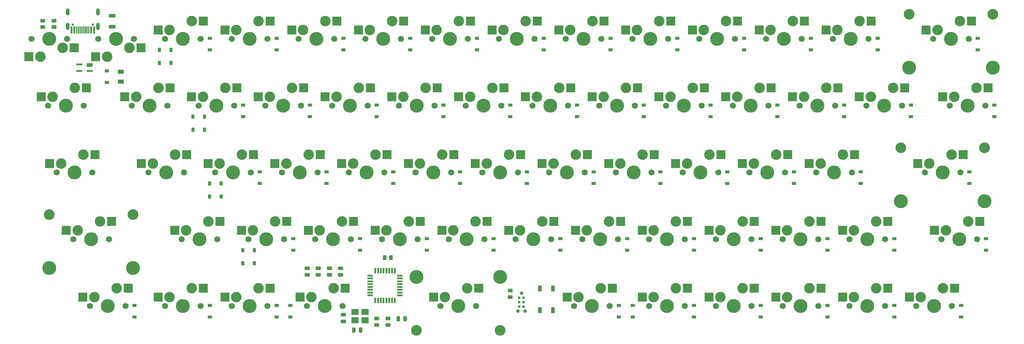
<source format=gbr>
G04 #@! TF.GenerationSoftware,KiCad,Pcbnew,(6.0.10)*
G04 #@! TF.CreationDate,2023-01-19T13:29:41+11:00*
G04 #@! TF.ProjectId,exp60,65787036-302e-46b6-9963-61645f706362,rev?*
G04 #@! TF.SameCoordinates,Original*
G04 #@! TF.FileFunction,Soldermask,Bot*
G04 #@! TF.FilePolarity,Negative*
%FSLAX46Y46*%
G04 Gerber Fmt 4.6, Leading zero omitted, Abs format (unit mm)*
G04 Created by KiCad (PCBNEW (6.0.10)) date 2023-01-19 13:29:41*
%MOMM*%
%LPD*%
G01*
G04 APERTURE LIST*
G04 Aperture macros list*
%AMRoundRect*
0 Rectangle with rounded corners*
0 $1 Rounding radius*
0 $2 $3 $4 $5 $6 $7 $8 $9 X,Y pos of 4 corners*
0 Add a 4 corners polygon primitive as box body*
4,1,4,$2,$3,$4,$5,$6,$7,$8,$9,$2,$3,0*
0 Add four circle primitives for the rounded corners*
1,1,$1+$1,$2,$3*
1,1,$1+$1,$4,$5*
1,1,$1+$1,$6,$7*
1,1,$1+$1,$8,$9*
0 Add four rect primitives between the rounded corners*
20,1,$1+$1,$2,$3,$4,$5,0*
20,1,$1+$1,$4,$5,$6,$7,0*
20,1,$1+$1,$6,$7,$8,$9,0*
20,1,$1+$1,$8,$9,$2,$3,0*%
G04 Aperture macros list end*
%ADD10C,1.750000*%
%ADD11C,3.000000*%
%ADD12C,3.987800*%
%ADD13R,2.550000X2.500000*%
%ADD14C,3.048000*%
%ADD15R,1.200000X0.900000*%
%ADD16R,2.100000X1.800000*%
%ADD17RoundRect,0.250000X-0.475000X0.250000X-0.475000X-0.250000X0.475000X-0.250000X0.475000X0.250000X0*%
%ADD18RoundRect,0.250000X-0.262500X-0.450000X0.262500X-0.450000X0.262500X0.450000X-0.262500X0.450000X0*%
%ADD19R,1.700000X1.000000*%
%ADD20R,1.700000X0.600000*%
%ADD21RoundRect,0.250000X0.450000X-0.262500X0.450000X0.262500X-0.450000X0.262500X-0.450000X-0.262500X0*%
%ADD22R,0.900000X1.200000*%
%ADD23R,1.600000X0.550000*%
%ADD24R,0.550000X1.600000*%
%ADD25C,0.990600*%
%ADD26C,0.787400*%
%ADD27C,0.650000*%
%ADD28R,0.600000X2.000000*%
%ADD29R,0.300000X2.000000*%
%ADD30O,1.050000X2.100000*%
%ADD31O,1.000000X2.000000*%
%ADD32RoundRect,0.250000X0.250000X0.475000X-0.250000X0.475000X-0.250000X-0.475000X0.250000X-0.475000X0*%
%ADD33R,1.100000X1.800000*%
%ADD34RoundRect,0.250000X-0.450000X0.262500X-0.450000X-0.262500X0.450000X-0.262500X0.450000X0.262500X0*%
%ADD35RoundRect,0.250000X0.625000X-0.375000X0.625000X0.375000X-0.625000X0.375000X-0.625000X-0.375000X0*%
%ADD36RoundRect,0.250000X-0.700000X0.275000X-0.700000X-0.275000X0.700000X-0.275000X0.700000X0.275000X0*%
G04 APERTURE END LIST*
D10*
X133160000Y-112205000D03*
D11*
X130620000Y-107125000D03*
D12*
X128080000Y-112205000D03*
D11*
X124270000Y-109665000D03*
D10*
X123000000Y-112205000D03*
D13*
X120995000Y-109665000D03*
X133922000Y-107125000D03*
D12*
X151892500Y-131255000D03*
D11*
X154432500Y-126175000D03*
D10*
X156972500Y-131255000D03*
X146812500Y-131255000D03*
D11*
X148082500Y-128715000D03*
D13*
X144807500Y-128715000D03*
X157734500Y-126175000D03*
D10*
X176022500Y-131255000D03*
D12*
X170942500Y-131255000D03*
D11*
X167132500Y-128715000D03*
D10*
X165862500Y-131255000D03*
D11*
X173482500Y-126175000D03*
D13*
X163857500Y-128715000D03*
X176784500Y-126175000D03*
D10*
X340328750Y-131255000D03*
D11*
X331438750Y-128715000D03*
D14*
X347186750Y-124270000D03*
D12*
X323310750Y-139510000D03*
D10*
X330168750Y-131255000D03*
D14*
X323310750Y-124270000D03*
D12*
X347186750Y-139510000D03*
X335248750Y-131255000D03*
D11*
X337788750Y-126175000D03*
D13*
X328163750Y-128715000D03*
X341090750Y-126175000D03*
D12*
X275717500Y-169355000D03*
D11*
X271907500Y-166815000D03*
D10*
X270637500Y-169355000D03*
D11*
X278257500Y-164275000D03*
D10*
X280797500Y-169355000D03*
D13*
X268632500Y-166815000D03*
X281559500Y-164275000D03*
D11*
X183007500Y-145225000D03*
D10*
X185547500Y-150305000D03*
X175387500Y-150305000D03*
D12*
X180467500Y-150305000D03*
D11*
X176657500Y-147765000D03*
D13*
X173382500Y-147765000D03*
X186309500Y-145225000D03*
D10*
X147447500Y-150305000D03*
D11*
X144907500Y-145225000D03*
D10*
X137287500Y-150305000D03*
D11*
X138557500Y-147765000D03*
D12*
X142367500Y-150305000D03*
D13*
X135282500Y-147765000D03*
X148209500Y-145225000D03*
D10*
X132525000Y-93155000D03*
X142685000Y-93155000D03*
D11*
X140145000Y-88075000D03*
X133795000Y-90615000D03*
D12*
X137605000Y-93155000D03*
D13*
X130520000Y-90615000D03*
X143447000Y-88075000D03*
D11*
X155226250Y-166815000D03*
D12*
X159036250Y-169355000D03*
D10*
X164116250Y-169355000D03*
D11*
X161576250Y-164275000D03*
D10*
X153956250Y-169355000D03*
D13*
X151951250Y-166815000D03*
X164878250Y-164275000D03*
D11*
X342551250Y-145225000D03*
D12*
X340011250Y-150305000D03*
D11*
X336201250Y-147765000D03*
D10*
X345091250Y-150305000D03*
X334931250Y-150305000D03*
D13*
X332926250Y-147765000D03*
X345853250Y-145225000D03*
D10*
X218250000Y-112205000D03*
D11*
X219520000Y-109665000D03*
D12*
X223330000Y-112205000D03*
D10*
X228410000Y-112205000D03*
D11*
X225870000Y-107125000D03*
D13*
X216245000Y-109665000D03*
X229172000Y-107125000D03*
D12*
X337630000Y-93155000D03*
D10*
X342710000Y-93155000D03*
D14*
X349568000Y-86170000D03*
X325692000Y-86170000D03*
D12*
X325692000Y-101410000D03*
D11*
X333820000Y-90615000D03*
D10*
X332550000Y-93155000D03*
D12*
X349568000Y-101410000D03*
D11*
X340170000Y-88075000D03*
D13*
X330545000Y-90615000D03*
X343472000Y-88075000D03*
D10*
X202216250Y-169355000D03*
D11*
X199676250Y-164275000D03*
D12*
X197136250Y-169355000D03*
D11*
X193326250Y-166815000D03*
D14*
X185198250Y-176340000D03*
D10*
X192056250Y-169355000D03*
D14*
X209074250Y-176340000D03*
D12*
X185198250Y-161100000D03*
X209074250Y-161100000D03*
D13*
X190051250Y-166815000D03*
X202978250Y-164275000D03*
D11*
X306832500Y-126175000D03*
D10*
X299212500Y-131255000D03*
D12*
X304292500Y-131255000D03*
D11*
X300482500Y-128715000D03*
D10*
X309372500Y-131255000D03*
D13*
X297207500Y-128715000D03*
X310134500Y-126175000D03*
D11*
X235395000Y-88075000D03*
D10*
X227775000Y-93155000D03*
X237935000Y-93155000D03*
D11*
X229045000Y-90615000D03*
D12*
X232855000Y-93155000D03*
D13*
X225770000Y-90615000D03*
X238697000Y-88075000D03*
D12*
X235236250Y-169355000D03*
D10*
X230156250Y-169355000D03*
X240316250Y-169355000D03*
D11*
X237776250Y-164275000D03*
X231426250Y-166815000D03*
D13*
X228151250Y-166815000D03*
X241078250Y-164275000D03*
D11*
X88551250Y-147765000D03*
D14*
X80423250Y-143320000D03*
D10*
X87281250Y-150305000D03*
D12*
X104299250Y-158560000D03*
X92361250Y-150305000D03*
D10*
X97441250Y-150305000D03*
D11*
X94901250Y-145225000D03*
D12*
X80423250Y-158560000D03*
D14*
X104299250Y-143320000D03*
D13*
X85276250Y-147765000D03*
X98203250Y-145225000D03*
D12*
X99505000Y-93155000D03*
D10*
X104585000Y-93155000D03*
D11*
X96965000Y-98235000D03*
X103315000Y-95695000D03*
D10*
X94425000Y-93155000D03*
D13*
X106590000Y-95695000D03*
X93663000Y-98235000D03*
D11*
X109982500Y-128715000D03*
D10*
X108712500Y-131255000D03*
D11*
X116332500Y-126175000D03*
D12*
X113792500Y-131255000D03*
D10*
X118872500Y-131255000D03*
D13*
X106707500Y-128715000D03*
X119634500Y-126175000D03*
D11*
X81407500Y-109665000D03*
D10*
X80137500Y-112205000D03*
X90297500Y-112205000D03*
D12*
X85217500Y-112205000D03*
D11*
X87757500Y-107125000D03*
D13*
X78132500Y-109665000D03*
X91059500Y-107125000D03*
D12*
X118555000Y-169355000D03*
D10*
X123635000Y-169355000D03*
X113475000Y-169355000D03*
D11*
X121095000Y-164275000D03*
X114745000Y-166815000D03*
D13*
X111470000Y-166815000D03*
X124397000Y-164275000D03*
D11*
X159195000Y-88075000D03*
X152845000Y-90615000D03*
D12*
X156655000Y-93155000D03*
D10*
X161735000Y-93155000D03*
X151575000Y-93155000D03*
D13*
X149570000Y-90615000D03*
X162497000Y-88075000D03*
D11*
X99663750Y-164275000D03*
D10*
X92043750Y-169355000D03*
D12*
X97123750Y-169355000D03*
D11*
X93313750Y-166815000D03*
D10*
X102203750Y-169355000D03*
D13*
X90038750Y-166815000D03*
X102965750Y-164275000D03*
D10*
X171260000Y-112205000D03*
D11*
X168720000Y-107125000D03*
D12*
X166180000Y-112205000D03*
D11*
X162370000Y-109665000D03*
D10*
X161100000Y-112205000D03*
D13*
X159095000Y-109665000D03*
X172022000Y-107125000D03*
D11*
X286195000Y-90615000D03*
D10*
X295085000Y-93155000D03*
X284925000Y-93155000D03*
D11*
X292545000Y-88075000D03*
D12*
X290005000Y-93155000D03*
D13*
X282920000Y-90615000D03*
X295847000Y-88075000D03*
D11*
X244920000Y-107125000D03*
D12*
X242380000Y-112205000D03*
D10*
X247460000Y-112205000D03*
D11*
X238570000Y-109665000D03*
D10*
X237300000Y-112205000D03*
D13*
X235295000Y-109665000D03*
X248222000Y-107125000D03*
D10*
X204597500Y-150305000D03*
D11*
X195707500Y-147765000D03*
D10*
X194437500Y-150305000D03*
D12*
X199517500Y-150305000D03*
D11*
X202057500Y-145225000D03*
D13*
X192432500Y-147765000D03*
X205359500Y-145225000D03*
D11*
X271907500Y-147765000D03*
X278257500Y-145225000D03*
D10*
X270637500Y-150305000D03*
X280797500Y-150305000D03*
D12*
X275717500Y-150305000D03*
D13*
X268632500Y-147765000D03*
X281559500Y-145225000D03*
D10*
X304610000Y-112205000D03*
D11*
X295720000Y-109665000D03*
D10*
X294450000Y-112205000D03*
D12*
X299530000Y-112205000D03*
D11*
X302070000Y-107125000D03*
D13*
X292445000Y-109665000D03*
X305372000Y-107125000D03*
D10*
X289687500Y-150305000D03*
D12*
X294767500Y-150305000D03*
D10*
X299847500Y-150305000D03*
D11*
X290957500Y-147765000D03*
X297307500Y-145225000D03*
D13*
X287682500Y-147765000D03*
X300609500Y-145225000D03*
D11*
X140145000Y-164275000D03*
D10*
X142685000Y-169355000D03*
X132525000Y-169355000D03*
D12*
X137605000Y-169355000D03*
D11*
X133795000Y-166815000D03*
D13*
X130520000Y-166815000D03*
X143447000Y-164275000D03*
D11*
X338582500Y-109665000D03*
D10*
X337312500Y-112205000D03*
D11*
X344932500Y-107125000D03*
D10*
X347472500Y-112205000D03*
D12*
X342392500Y-112205000D03*
D13*
X335307500Y-109665000D03*
X348234500Y-107125000D03*
D11*
X254445000Y-88075000D03*
D12*
X251905000Y-93155000D03*
D11*
X248095000Y-90615000D03*
D10*
X256985000Y-93155000D03*
X246825000Y-93155000D03*
D13*
X244820000Y-90615000D03*
X257747000Y-88075000D03*
D11*
X268732500Y-126175000D03*
X262382500Y-128715000D03*
D10*
X261112500Y-131255000D03*
X271272500Y-131255000D03*
D12*
X266192500Y-131255000D03*
D13*
X259107500Y-128715000D03*
X272034500Y-126175000D03*
D11*
X267145000Y-90615000D03*
D10*
X265875000Y-93155000D03*
D12*
X270955000Y-93155000D03*
D11*
X273495000Y-88075000D03*
D10*
X276035000Y-93155000D03*
D13*
X263870000Y-90615000D03*
X276797000Y-88075000D03*
D11*
X287782500Y-126175000D03*
D10*
X280162500Y-131255000D03*
D12*
X285242500Y-131255000D03*
D11*
X281432500Y-128715000D03*
D10*
X290322500Y-131255000D03*
D13*
X278157500Y-128715000D03*
X291084500Y-126175000D03*
D11*
X305245000Y-90615000D03*
D12*
X309055000Y-93155000D03*
D10*
X314135000Y-93155000D03*
D11*
X311595000Y-88075000D03*
D10*
X303975000Y-93155000D03*
D13*
X301970000Y-90615000D03*
X314897000Y-88075000D03*
D12*
X132842500Y-131255000D03*
D11*
X129032500Y-128715000D03*
D10*
X137922500Y-131255000D03*
D11*
X135382500Y-126175000D03*
D10*
X127762500Y-131255000D03*
D13*
X125757500Y-128715000D03*
X138684500Y-126175000D03*
D10*
X114110000Y-112205000D03*
D11*
X111570000Y-107125000D03*
X105220000Y-109665000D03*
D12*
X109030000Y-112205000D03*
D10*
X103950000Y-112205000D03*
D13*
X101945000Y-109665000D03*
X114872000Y-107125000D03*
D11*
X276670000Y-109665000D03*
D12*
X280480000Y-112205000D03*
D11*
X283020000Y-107125000D03*
D10*
X275400000Y-112205000D03*
X285560000Y-112205000D03*
D13*
X273395000Y-109665000D03*
X286322000Y-107125000D03*
D11*
X178245000Y-88075000D03*
D12*
X175705000Y-93155000D03*
D10*
X180785000Y-93155000D03*
D11*
X171895000Y-90615000D03*
D10*
X170625000Y-93155000D03*
D13*
X168620000Y-90615000D03*
X181547000Y-88075000D03*
D11*
X252857500Y-147765000D03*
X259207500Y-145225000D03*
D12*
X256667500Y-150305000D03*
D10*
X251587500Y-150305000D03*
X261747500Y-150305000D03*
D13*
X249582500Y-147765000D03*
X262509500Y-145225000D03*
D11*
X214757500Y-147765000D03*
D12*
X218567500Y-150305000D03*
D11*
X221107500Y-145225000D03*
D10*
X213487500Y-150305000D03*
X223647500Y-150305000D03*
D13*
X211482500Y-147765000D03*
X224409500Y-145225000D03*
D10*
X318897500Y-150305000D03*
D11*
X316357500Y-145225000D03*
D10*
X308737500Y-150305000D03*
D12*
X313817500Y-150305000D03*
D11*
X310007500Y-147765000D03*
D13*
X306732500Y-147765000D03*
X319659500Y-145225000D03*
D10*
X261747500Y-169355000D03*
D11*
X252857500Y-166815000D03*
D12*
X256667500Y-169355000D03*
D10*
X251587500Y-169355000D03*
D11*
X259207500Y-164275000D03*
D13*
X249582500Y-166815000D03*
X262509500Y-164275000D03*
D10*
X118237500Y-150305000D03*
X128397500Y-150305000D03*
D11*
X119507500Y-147765000D03*
X125857500Y-145225000D03*
D12*
X123317500Y-150305000D03*
D13*
X116232500Y-147765000D03*
X129159500Y-145225000D03*
D11*
X121095000Y-88075000D03*
D10*
X113475000Y-93155000D03*
D11*
X114745000Y-90615000D03*
D10*
X123635000Y-93155000D03*
D12*
X118555000Y-93155000D03*
D13*
X111470000Y-90615000D03*
X124397000Y-88075000D03*
D11*
X290957500Y-166815000D03*
D10*
X299847500Y-169355000D03*
D11*
X297307500Y-164275000D03*
D10*
X289687500Y-169355000D03*
D12*
X294767500Y-169355000D03*
D13*
X287682500Y-166815000D03*
X300609500Y-164275000D03*
D10*
X82518750Y-131255000D03*
D11*
X90138750Y-126175000D03*
X83788750Y-128715000D03*
D12*
X87598750Y-131255000D03*
D10*
X92678750Y-131255000D03*
D13*
X80513750Y-128715000D03*
X93440750Y-126175000D03*
D10*
X323660000Y-112205000D03*
D12*
X318580000Y-112205000D03*
D11*
X314770000Y-109665000D03*
D10*
X313500000Y-112205000D03*
D11*
X321120000Y-107125000D03*
D13*
X311495000Y-109665000D03*
X324422000Y-107125000D03*
D12*
X204280000Y-112205000D03*
D11*
X206820000Y-107125000D03*
D10*
X209360000Y-112205000D03*
X199200000Y-112205000D03*
D11*
X200470000Y-109665000D03*
D13*
X197195000Y-109665000D03*
X210122000Y-107125000D03*
D10*
X337947500Y-169355000D03*
X327787500Y-169355000D03*
D12*
X332867500Y-169355000D03*
D11*
X335407500Y-164275000D03*
X329057500Y-166815000D03*
D13*
X325782500Y-166815000D03*
X338709500Y-164275000D03*
D10*
X203962500Y-131255000D03*
D11*
X205232500Y-128715000D03*
D10*
X214122500Y-131255000D03*
D11*
X211582500Y-126175000D03*
D12*
X209042500Y-131255000D03*
D13*
X201957500Y-128715000D03*
X214884500Y-126175000D03*
D10*
X85535000Y-93155000D03*
D11*
X77915000Y-98235000D03*
X84265000Y-95695000D03*
D10*
X75375000Y-93155000D03*
D12*
X80455000Y-93155000D03*
D13*
X87540000Y-95695000D03*
X74613000Y-98235000D03*
D11*
X216345000Y-88075000D03*
D12*
X213805000Y-93155000D03*
D10*
X208725000Y-93155000D03*
X218885000Y-93155000D03*
D11*
X209995000Y-90615000D03*
D13*
X206720000Y-90615000D03*
X219647000Y-88075000D03*
D10*
X232537500Y-150305000D03*
D12*
X237617500Y-150305000D03*
D11*
X233807500Y-147765000D03*
X240157500Y-145225000D03*
D10*
X242697500Y-150305000D03*
D13*
X230532500Y-147765000D03*
X243459500Y-145225000D03*
D10*
X195072500Y-131255000D03*
D12*
X189992500Y-131255000D03*
D11*
X192532500Y-126175000D03*
D10*
X184912500Y-131255000D03*
D11*
X186182500Y-128715000D03*
D13*
X182907500Y-128715000D03*
X195834500Y-126175000D03*
D11*
X316357500Y-164275000D03*
D10*
X308737500Y-169355000D03*
D11*
X310007500Y-166815000D03*
D10*
X318897500Y-169355000D03*
D12*
X313817500Y-169355000D03*
D13*
X306732500Y-166815000D03*
X319659500Y-164275000D03*
D10*
X142050000Y-112205000D03*
D11*
X143320000Y-109665000D03*
D10*
X152210000Y-112205000D03*
D12*
X147130000Y-112205000D03*
D11*
X149670000Y-107125000D03*
D13*
X140045000Y-109665000D03*
X152972000Y-107125000D03*
D11*
X243332500Y-128715000D03*
D10*
X242062500Y-131255000D03*
D11*
X249682500Y-126175000D03*
D12*
X247142500Y-131255000D03*
D10*
X252222500Y-131255000D03*
D13*
X240057500Y-128715000D03*
X252984500Y-126175000D03*
D10*
X199835000Y-93155000D03*
D12*
X194755000Y-93155000D03*
D11*
X190945000Y-90615000D03*
X197295000Y-88075000D03*
D10*
X189675000Y-93155000D03*
D13*
X187670000Y-90615000D03*
X200597000Y-88075000D03*
D10*
X190310000Y-112205000D03*
D11*
X187770000Y-107125000D03*
D12*
X185230000Y-112205000D03*
D11*
X181420000Y-109665000D03*
D10*
X180150000Y-112205000D03*
D13*
X178145000Y-109665000D03*
X191072000Y-107125000D03*
D12*
X228092500Y-131255000D03*
D11*
X230632500Y-126175000D03*
D10*
X233172500Y-131255000D03*
D11*
X224282500Y-128715000D03*
D10*
X223012500Y-131255000D03*
D13*
X221007500Y-128715000D03*
X233934500Y-126175000D03*
D10*
X256350000Y-112205000D03*
X266510000Y-112205000D03*
D12*
X261430000Y-112205000D03*
D11*
X257620000Y-109665000D03*
X263970000Y-107125000D03*
D13*
X254345000Y-109665000D03*
X267272000Y-107125000D03*
D11*
X163957500Y-145225000D03*
D12*
X161417500Y-150305000D03*
D10*
X156337500Y-150305000D03*
X166497500Y-150305000D03*
D11*
X157607500Y-147765000D03*
D13*
X154332500Y-147765000D03*
X167259500Y-145225000D03*
D15*
X269081250Y-115355000D03*
X269081250Y-112055000D03*
X302418750Y-172505000D03*
X302418750Y-169205000D03*
X197643750Y-134405000D03*
X197643750Y-131105000D03*
D16*
X170518750Y-173393750D03*
X167618750Y-173393750D03*
X167618750Y-171093750D03*
X170518750Y-171093750D03*
D17*
X163512500Y-158593750D03*
X163512500Y-160493750D03*
D18*
X176093750Y-155575000D03*
X177918750Y-155575000D03*
D15*
X211931250Y-115355000D03*
X211931250Y-112055000D03*
D19*
X91987500Y-100606250D03*
D20*
X91987500Y-102306250D03*
X88987500Y-102306250D03*
X88987500Y-100406250D03*
D17*
X153987500Y-158593750D03*
X153987500Y-160493750D03*
D21*
X81756250Y-89812500D03*
X81756250Y-87987500D03*
D15*
X288131250Y-115355000D03*
X288131250Y-112055000D03*
X273843750Y-134405000D03*
X273843750Y-131105000D03*
X307181250Y-115355000D03*
X307181250Y-112055000D03*
X345281250Y-96305000D03*
X345281250Y-93005000D03*
X283368750Y-172505000D03*
X283368750Y-169205000D03*
X202406250Y-96305000D03*
X202406250Y-93005000D03*
D22*
X129443750Y-138112500D03*
X126143750Y-138112500D03*
D15*
X230981250Y-115355000D03*
X230981250Y-112055000D03*
D22*
X115156250Y-96300000D03*
X111856250Y-96300000D03*
D15*
X207168750Y-153455000D03*
X207168750Y-150155000D03*
X96837500Y-102331250D03*
X96837500Y-105631250D03*
X350043750Y-115355000D03*
X350043750Y-112055000D03*
X183356250Y-96305000D03*
X183356250Y-93005000D03*
X242887500Y-172505000D03*
X242887500Y-169205000D03*
X104775000Y-172505000D03*
X104775000Y-169205000D03*
X126206250Y-96305000D03*
X126206250Y-93005000D03*
D17*
X164306250Y-171837500D03*
X164306250Y-173737500D03*
D15*
X145256250Y-172505000D03*
X145256250Y-169205000D03*
X321468750Y-172505000D03*
X321468750Y-169205000D03*
D23*
X171962500Y-166312500D03*
X171962500Y-165512500D03*
X171962500Y-164712500D03*
X171962500Y-163912500D03*
X171962500Y-163112500D03*
X171962500Y-162312500D03*
X171962500Y-161512500D03*
X171962500Y-160712500D03*
D24*
X173412500Y-159262500D03*
X174212500Y-159262500D03*
X175012500Y-159262500D03*
X175812500Y-159262500D03*
X176612500Y-159262500D03*
X177412500Y-159262500D03*
X178212500Y-159262500D03*
X179012500Y-159262500D03*
D23*
X180462500Y-160712500D03*
X180462500Y-161512500D03*
X180462500Y-162312500D03*
X180462500Y-163112500D03*
X180462500Y-163912500D03*
X180462500Y-164712500D03*
X180462500Y-165512500D03*
X180462500Y-166312500D03*
D24*
X179012500Y-167762500D03*
X178212500Y-167762500D03*
X177412500Y-167762500D03*
X176612500Y-167762500D03*
X175812500Y-167762500D03*
X175012500Y-167762500D03*
X174212500Y-167762500D03*
X173412500Y-167762500D03*
D22*
X138937500Y-157162500D03*
X135637500Y-157162500D03*
D15*
X342900000Y-134405000D03*
X342900000Y-131105000D03*
X245268750Y-153455000D03*
X245268750Y-150155000D03*
X159543750Y-134405000D03*
X159543750Y-131105000D03*
X226218750Y-153455000D03*
X226218750Y-150155000D03*
X173831250Y-115355000D03*
X173831250Y-112055000D03*
D25*
X215106250Y-165735000D03*
X216122250Y-170815000D03*
X214090250Y-170815000D03*
D26*
X215741250Y-167005000D03*
X214471250Y-167005000D03*
X215741250Y-168275000D03*
X214471250Y-168275000D03*
X215741250Y-169545000D03*
X214471250Y-169545000D03*
D22*
X124681250Y-119062500D03*
X121381250Y-119062500D03*
D27*
X87090000Y-89111250D03*
X92870000Y-89111250D03*
D28*
X86780000Y-90611250D03*
X87580000Y-90611250D03*
D29*
X88730000Y-90611250D03*
X89730000Y-90611250D03*
X90230000Y-90611250D03*
X91230000Y-90611250D03*
D28*
X93180000Y-90611250D03*
X92380000Y-90611250D03*
D29*
X91730000Y-90611250D03*
X90730000Y-90611250D03*
X89230000Y-90611250D03*
X88230000Y-90611250D03*
D30*
X85660000Y-89611250D03*
D31*
X85660000Y-85431250D03*
X94300000Y-85431250D03*
D30*
X94300000Y-89611250D03*
D15*
X321468750Y-153455000D03*
X321468750Y-150155000D03*
X254793750Y-134405000D03*
X254793750Y-131105000D03*
X154781250Y-115355000D03*
X154781250Y-112055000D03*
X311943750Y-134405000D03*
X311943750Y-131105000D03*
D32*
X169225000Y-176212500D03*
X167325000Y-176212500D03*
D15*
X149225000Y-172505000D03*
X149225000Y-169205000D03*
X164306250Y-96305000D03*
X164306250Y-93005000D03*
X240506250Y-96305000D03*
X240506250Y-93005000D03*
X297656250Y-96305000D03*
X297656250Y-93005000D03*
X347662500Y-153455000D03*
X347662500Y-150155000D03*
D33*
X220400000Y-170581250D03*
X220400000Y-164381250D03*
X224100000Y-164381250D03*
X224100000Y-170581250D03*
D15*
X188118750Y-153455000D03*
X188118750Y-150155000D03*
X126206250Y-172505000D03*
X126206250Y-169205000D03*
X259556250Y-96305000D03*
X259556250Y-93005000D03*
D34*
X173831250Y-172918750D03*
X173831250Y-174743750D03*
D15*
X145256250Y-96305000D03*
X145256250Y-93005000D03*
D22*
X129443750Y-134400000D03*
X126143750Y-134400000D03*
D15*
X169068750Y-153455000D03*
X169068750Y-150155000D03*
X283368750Y-153455000D03*
X283368750Y-150155000D03*
X140493750Y-134405000D03*
X140493750Y-131105000D03*
X216693750Y-134405000D03*
X216693750Y-131105000D03*
D22*
X124681250Y-115350000D03*
X121381250Y-115350000D03*
D15*
X340518750Y-172505000D03*
X340518750Y-169205000D03*
D17*
X157162500Y-158593750D03*
X157162500Y-160493750D03*
D22*
X138937500Y-153450000D03*
X135637500Y-153450000D03*
D35*
X100806250Y-105381250D03*
X100806250Y-102581250D03*
D15*
X316706250Y-96305000D03*
X316706250Y-93005000D03*
X150018750Y-153455000D03*
X150018750Y-150155000D03*
D36*
X98425000Y-86531250D03*
X98425000Y-89681250D03*
D15*
X235743750Y-134405000D03*
X235743750Y-131105000D03*
X292893750Y-134405000D03*
X292893750Y-131105000D03*
X250031250Y-115355000D03*
X250031250Y-112055000D03*
D21*
X78581250Y-89812500D03*
X78581250Y-87987500D03*
D15*
X178593750Y-134405000D03*
X178593750Y-131105000D03*
X221456250Y-96305000D03*
X221456250Y-93005000D03*
X264318750Y-172505000D03*
X264318750Y-169205000D03*
D34*
X177006250Y-172918750D03*
X177006250Y-174743750D03*
D15*
X192881250Y-115355000D03*
X192881250Y-112055000D03*
X264318750Y-153455000D03*
X264318750Y-150155000D03*
X278606250Y-96305000D03*
X278606250Y-93005000D03*
X302418750Y-153455000D03*
X302418750Y-150155000D03*
D32*
X181925000Y-173037500D03*
X180025000Y-173037500D03*
D22*
X115156250Y-100012500D03*
X111856250Y-100012500D03*
D15*
X246856250Y-172505000D03*
X246856250Y-169205000D03*
D34*
X211931250Y-164981250D03*
X211931250Y-166806250D03*
D15*
X135731250Y-115355000D03*
X135731250Y-112055000D03*
D17*
X160337500Y-158593750D03*
X160337500Y-160493750D03*
D15*
X326231250Y-115355000D03*
X326231250Y-112055000D03*
M02*

</source>
